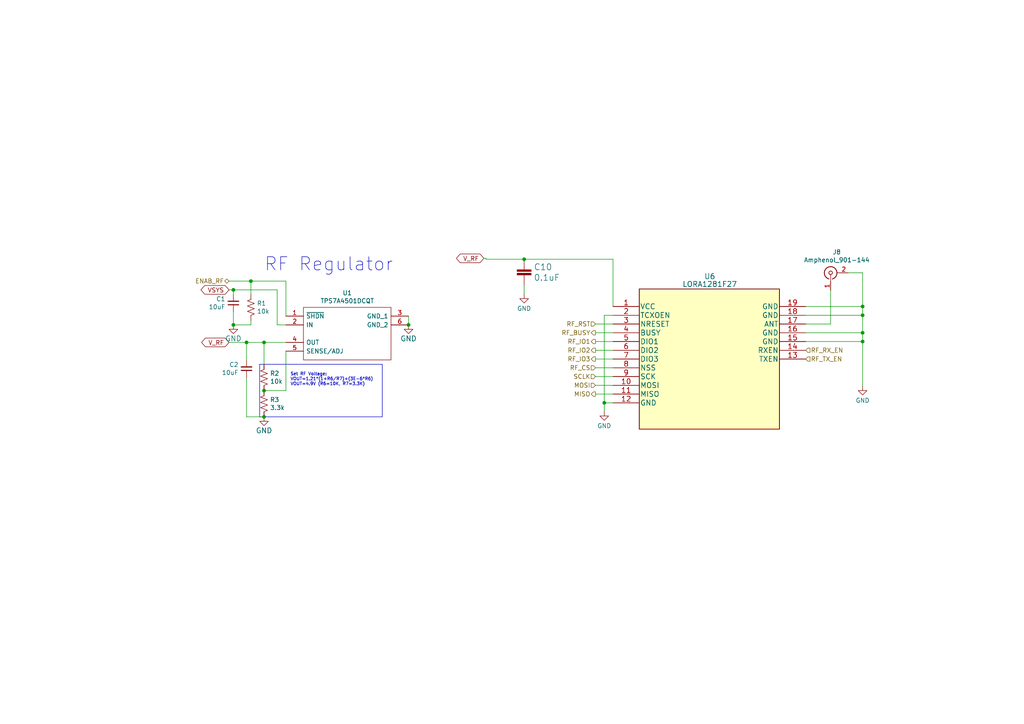
<source format=kicad_sch>
(kicad_sch (version 20231120) (generator "eeschema") (generator_version "8.0")
  (paper "A4")
  (title_block (title "√g") (date "2024-08-05") (rev "1.0.1") (company "Stanford Student Space Initiative") (comment 1 "RE: Flynn Dreilinger"))
  (lib_symbols
    (symbol "Connector:Conn_Coaxial" (pin_names (offset 1.016) hide)
      (property "Reference" "J" (at 0.254 3.048 0))
      (property "Value" "Conn_Coaxial" (at 2.921 0 90))
      (symbol "Conn_Coaxial_0_1"
        (arc (start -1.778 -0.508) (mid 0.2311 -1.8066) (end 1.778 0) (stroke (width 0.254)))
        (polyline (pts (xy -2.54 0) (xy -0.508 0)))
        (polyline (pts (xy 0 -2.54) (xy 0 -1.778)))
        (circle (center 0 0) (radius 0.508) (stroke (width 0.2032)))
        (arc (start 1.778 0) (mid 0.2099 1.8101) (end -1.778 0.508) (stroke (width 0.254)))
      )
      (symbol "Conn_Coaxial_1_1"
        (pin passive line (at -5.08 0 0) (length 2.54) (name "In") (number "1"))
        (pin passive line (at 0 -5.08 90) (length 2.54) (name "Ext") (number "2"))
      )
    )
    (symbol "Device:C_Small" (pin_numbers hide) (pin_names (offset 0.254) hide)
      (property "Reference" "C" (at 0.254 1.778 0))
      (property "Value" "C_Small" (at 0.254 -2.032 0))
      (symbol "C_Small_0_1"
        (polyline (pts (xy -1.524 -0.508) (xy 1.524 -0.508)) (stroke (width 0.3302)))
        (polyline (pts (xy -1.524 0.508) (xy 1.524 0.508)) (stroke (width 0.3048)))
      )
      (symbol "C_Small_1_1"
        (pin passive line (at 0 2.54 270) (length 2.032) (name "~") (number "1"))
        (pin passive line (at 0 -2.54 90) (length 2.032) (name "~") (number "2"))
      )
    )
    (symbol "Device:R_US" (pin_numbers hide) (pin_names (offset 0))
      (property "Reference" "R" (at 2.54 0 90))
      (property "Value" "R_US" (at -2.54 0 90))
      (symbol "R_US_0_1"
        (polyline (pts (xy 0 -2.286) (xy 0 -2.54)))
        (polyline (pts (xy 0 2.286) (xy 0 2.54)))
        (polyline (pts (xy 0 -0.762) (xy 1.016 -1.143) (xy 0 -1.524) (xy -1.016 -1.905) (xy 0 -2.286)))
        (polyline (pts (xy 0 0.762) (xy 1.016 0.381) (xy 0 0) (xy -1.016 -0.381) (xy 0 -0.762)))
        (polyline (pts (xy 0 2.286) (xy 1.016 1.905) (xy 0 1.524) (xy -1.016 1.143) (xy 0 0.762)))
      )
      (symbol "R_US_1_1"
        (pin passive line (at 0 3.81 270) (length 1.27) (name "~") (number "1"))
        (pin passive line (at 0 -3.81 90) (length 1.27) (name "~") (number "2"))
      )
    )
    (symbol "mainboard:1.0UF-0603-16V-10%" (pin_names (offset 1.016))
      (property "Reference" "C" (at 1.524 2.921 0))
      (property "Value" "1.0UF-0603-16V-10%" (at 1.524 -2.159 0))
      (symbol "1.0UF-0603-16V-10%_1_0"
        (rectangle (start -2.032 0.508) (end 2.032 1.016) (fill (type outline)))
        (rectangle (start -2.032 1.524) (end 2.032 2.032) (fill (type outline)))
        (polyline (pts (xy 0 0) (xy 0 0.508)))
        (polyline (pts (xy 0 2.54) (xy 0 2.032)))
        (pin passive line (at 0 5.08 270) (length 2.54) (name "1") (number "1"))
        (pin passive line (at 0 -2.54 90) (length 2.54) (name "2") (number "2"))
      )
    )
    (symbol "mainboard:TPS7A4501DCQT" (pin_names (offset 0.762))
      (property "Reference" "IC" (at 31.75 7.62 0))
      (property "Value" "TPS7A4501DCQT" (at 31.75 5.08 0))
      (symbol "TPS7A4501DCQT_0_0"
        (pin passive line (at 0 0 0) (length 5.08) (name "~{SHDN}") (number "1"))
        (pin input line (at 0 -2.54 0) (length 5.08) (name "IN") (number "2"))
        (pin power_in line (at 35.56 0 180) (length 5.08) (name "GND_1") (number "3"))
        (pin passive line (at 0 -10.16 0) (length 5.08) (name "SENSE/ADJ") (number "5"))
        (pin power_in line (at 35.56 -2.54 180) (length 5.08) (name "GND_2") (number "6"))
      )
      (symbol "TPS7A4501DCQT_0_1"
        (polyline (pts (xy 5.08 2.54) (xy 30.48 2.54) (xy 30.48 -12.7) (xy 5.08 -12.7) (xy 5.08 2.54)) (stroke (width 0.1524)))
      )
      (symbol "TPS7A4501DCQT_1_0"
        (pin power_out line (at 0 -7.62 0) (length 5.08) (name "OUT") (number "4"))
      )
    )
    (symbol "power:GND" (power) (pin_names (offset 0))
      (property "Value" "GND" (at 0 -3.81 0))
      (symbol "GND_0_1"
        (polyline (pts (xy 0 0) (xy 0 -1.27) (xy 1.27 -1.27) (xy 0 -2.54) (xy -1.27 -1.27) (xy 0 -1.27)))
      )
      (symbol "GND_1_1"
        (pin power_in line (at 0 0 270) (length 0) hide (name "GND") (number "1"))
      )
    )
    (symbol "rpi_interface:LORA1280F27-TCXO" (pin_names (offset 0.254))
      (property "Reference" "U6" (at 28.067 8.7312 0))
      (property "Value" "LORA1280F27-TCXO" (at 28.067 6.477 0))
      (symbol "LORA1280F27-TCXO_1_0"
        (pin bidirectional line (at 55.88 -5.08 180) (length 7.62) (name "ANT") (number "17"))
      )
      (symbol "LORA1280F27-TCXO_1_1"
        (rectangle (start 7.62 5.08) (end 48.26 -35.56) (stroke (width 0.254)) (fill (type background)))
        (pin power_in line (at 0 0 0) (length 7.62) (name "VCC") (number "1"))
        (pin input line (at 0 -22.86 0) (length 7.62) (name "MOSI") (number "10"))
        (pin output line (at 0 -25.4 0) (length 7.62) (name "MISO") (number "11"))
        (pin power_in line (at 0 -27.94 0) (length 7.62) (name "GND") (number "12"))
        (pin input line (at 55.88 -15.24 180) (length 7.62) (name "TXEN") (number "13"))
        (pin input line (at 55.88 -12.7 180) (length 7.62) (name "RXEN") (number "14"))
        (pin power_in line (at 55.88 -10.16 180) (length 7.62) (name "GND") (number "15"))
        (pin power_in line (at 55.88 -7.62 180) (length 7.62) (name "GND") (number "16"))
        (pin power_in line (at 55.88 -2.54 180) (length 7.62) (name "GND") (number "18"))
        (pin power_in line (at 55.88 0 180) (length 7.62) (name "GND") (number "19"))
        (pin input line (at 0 -2.54 0) (length 7.62) (name "TCXOEN") (number "2"))
        (pin input line (at 0 -5.08 0) (length 7.62) (name "NRESET") (number "3"))
        (pin output line (at 0 -7.62 0) (length 7.62) (name "BUSY") (number "4"))
        (pin output line (at 0 -10.16 0) (length 7.62) (name "DIO1") (number "5"))
        (pin output line (at 0 -12.7 0) (length 7.62) (name "DIO2") (number "6"))
        (pin output line (at 0 -15.24 0) (length 7.62) (name "DIO3") (number "7"))
        (pin input line (at 0 -17.78 0) (length 7.62) (name "NSS") (number "8"))
        (pin input line (at 0 -20.32 0) (length 7.62) (name "SCK") (number "9"))
      )
    )
  )
  (junction (at 175.26 116.84))
  (junction (at 71.501 99.314))
  (junction (at 76.581 113.284))
  (junction (at 250.19 88.9))
  (junction (at 250.19 91.44))
  (junction (at 152.019 75.184))
  (junction (at 72.771 81.534))
  (junction (at 76.581 120.904))
  (junction (at 67.691 84.074))
  (junction (at 250.19 96.52))
  (junction (at 76.581 99.314))
  (junction (at 67.691 94.234))
  (junction (at 250.19 99.06))
  (junction (at 118.491 94.234))
  (wire (pts (xy 67.691 84.074) (xy 80.391 84.074)))
  (wire (pts (xy 80.391 94.234) (xy 82.931 94.234)))
  (wire (pts (xy 71.501 99.314) (xy 76.581 99.314)))
  (wire (pts (xy 250.19 99.06) (xy 250.19 112.014)))
  (polyline (pts (xy 110.871 120.904) (xy 110.871 105.664)))
  (wire (pts (xy 72.771 81.534) (xy 66.421 81.534)))
  (wire (pts (xy 140.97 75.184) (xy 152.019 75.184)))
  (wire (pts (xy 172.72 104.14) (xy 177.8 104.14)))
  (wire (pts (xy 172.72 96.52) (xy 177.8 96.52)))
  (wire (pts (xy 76.581 99.314) (xy 82.931 99.314)))
  (wire (pts (xy 71.501 109.474) (xy 71.501 120.904)))
  (wire (pts (xy 172.72 114.3) (xy 177.8 114.3)))
  (wire (pts (xy 175.26 116.84) (xy 175.26 119.38)))
  (wire (pts (xy 67.691 90.424) (xy 67.691 94.234)))
  (wire (pts (xy 250.19 79.121) (xy 245.999 79.121)))
  (wire (pts (xy 250.19 79.121) (xy 250.19 88.9)))
  (wire (pts (xy 72.771 92.964) (xy 72.771 94.234)))
  (wire (pts (xy 82.931 81.534) (xy 72.771 81.534)))
  (wire (pts (xy 172.72 101.6) (xy 177.8 101.6)))
  (wire (pts (xy 177.8 116.84) (xy 175.26 116.84)))
  (wire (pts (xy 76.581 105.664) (xy 76.581 99.314)))
  (wire (pts (xy 72.771 81.534) (xy 72.771 85.344)))
  (wire (pts (xy 82.931 81.534) (xy 82.931 91.694)))
  (wire (pts (xy 82.931 113.284) (xy 82.931 101.854)))
  (wire (pts (xy 71.501 104.394) (xy 71.501 99.314)))
  (wire (pts (xy 71.501 120.904) (xy 76.581 120.904)))
  (wire (pts (xy 240.919 84.201) (xy 240.919 93.98)))
  (wire (pts (xy 172.72 93.98) (xy 177.8 93.98)))
  (polyline (pts (xy 75.311 105.664) (xy 75.311 120.904)))
  (wire (pts (xy 233.68 96.52) (xy 250.19 96.52)))
  (wire (pts (xy 72.771 94.234) (xy 67.691 94.234)))
  (wire (pts (xy 118.491 94.234) (xy 118.491 91.694)))
  (wire (pts (xy 152.019 82.804) (xy 152.019 85.344)))
  (wire (pts (xy 177.8 91.44) (xy 175.26 91.44)))
  (wire (pts (xy 175.26 91.44) (xy 175.26 116.84)))
  (wire (pts (xy 140.97 74.93) (xy 140.97 75.184)))
  (polyline (pts (xy 110.871 105.664) (xy 75.311 105.664)))
  (wire (pts (xy 177.8 75.184) (xy 177.8 88.9)))
  (wire (pts (xy 233.68 93.98) (xy 240.919 93.98)))
  (wire (pts (xy 172.72 106.68) (xy 177.8 106.68)))
  (wire (pts (xy 250.19 91.44) (xy 250.19 96.52)))
  (wire (pts (xy 233.68 88.9) (xy 250.19 88.9)))
  (wire (pts (xy 172.72 109.22) (xy 177.8 109.22)))
  (wire (pts (xy 172.72 111.76) (xy 177.8 111.76)))
  (wire (pts (xy 250.19 96.52) (xy 250.19 99.06)))
  (polyline (pts (xy 75.311 120.904) (xy 110.871 120.904)))
  (wire (pts (xy 152.019 75.184) (xy 177.8 75.184)))
  (wire (pts (xy 80.391 84.074) (xy 80.391 94.234)))
  (wire (pts (xy 140.335 74.93) (xy 140.97 74.93)))
  (wire (pts (xy 172.72 99.06) (xy 177.8 99.06)))
  (wire (pts (xy 67.691 84.074) (xy 67.691 85.344)))
  (wire (pts (xy 66.421 99.314) (xy 71.501 99.314)))
  (wire (pts (xy 233.68 91.44) (xy 250.19 91.44)))
  (wire (pts (xy 250.19 88.9) (xy 250.19 91.44)))
  (wire (pts (xy 233.68 99.06) (xy 250.19 99.06)))
  (wire (pts (xy 66.421 84.074) (xy 67.691 84.074)))
  (wire (pts (xy 76.581 113.284) (xy 82.931 113.284)))
  (text "RF Regulator" (at 76.581 78.994 0) (effects (font (size 3.81 3.81)) (justify left bottom)))
  (text "Set RF Voltage:\nVOUT=1.21*(1+R6/R7)+(3E-6*R6)\nVOUT=4.9V (R6=10K, R7=3.3K)\n" (at 84.201 112.014 0) (effects (font (size 0.889 0.889)) (justify left bottom)))
  (global_label "VSYS" (shape bidirectional) (at 66.421 84.074 180) (property "Intersheetrefs" "${INTERSHEET_REFS}" (effects (hide yes))))
  (global_label "V_RF" (shape bidirectional) (at 140.335 74.93 180) (property "Intersheetrefs" "${INTERSHEET_REFS}" (effects (hide yes))))
  (global_label "V_RF" (shape bidirectional) (at 66.421 99.314 180) (property "Intersheetrefs" "${INTERSHEET_REFS}" (effects (hide yes))))
  (hierarchical_label "MOSI" (shape input) (at 172.72 111.76 180))
  (hierarchical_label "RF_TX_EN" (shape input) (at 233.68 104.14 0))
  (hierarchical_label "RF_RST" (shape input) (at 172.72 93.98 180))
  (hierarchical_label "ENAB_RF" (shape bidirectional) (at 66.421 81.534 180))
  (hierarchical_label "RF_IO2" (shape output) (at 172.72 101.6 180))
  (hierarchical_label "RF_IO1" (shape output) (at 172.72 99.06 180))
  (hierarchical_label "RF_BUSY" (shape output) (at 172.72 96.52 180))
  (hierarchical_label "RF_CS" (shape input) (at 172.72 106.68 180))
  (hierarchical_label "RF_IO3" (shape output) (at 172.72 104.14 180))
  (hierarchical_label "RF_RX_EN" (shape input) (at 233.68 101.6 0))
  (hierarchical_label "SCLK" (shape input) (at 172.72 109.22 180))
  (hierarchical_label "MISO" (shape output) (at 172.72 114.3 180))
  (symbol (lib_id "power:GND") (at 67.691 94.234 0) (unit 1)
    (property "Reference" "#GND01" (effects (hide yes)))
    (property "Value" "GND" (at 65.278 99.06 0) (effects (font (size 1.4986 1.4986)) (justify left bottom)))
  )
  (symbol (lib_id "Connector:Conn_Coaxial") (at 240.919 79.121 90) (unit 1)
    (property "Reference" "J8" (at 242.7224 73.1012 90))
    (property "Value" "Amphenol_901-144" (at 242.7224 75.4126 90))
    (property "Footprint" "Connector_Coaxial:SMA_Amphenol_901-144_Vertical" (effects (hide yes)))
    (property "Datasheet" "https://www.amphenolrf.com/library/download/link/link_id/593640/parent/901-144/" (effects (hide yes)))
    (property "Description" "Amphenol RF SMA" (effects (hide yes)))
    (property "Flight" "901-144" (effects (hide yes)))
    (property "Manufacturer_Name" "Amphenol" (effects (hide yes)))
    (property "Manufacturer_Part_Number" "901-144" (effects (hide yes)))
    (property "Proto" "901-144" (effects (hide yes)))
  )
  (symbol (lib_id "power:GND") (at 175.26 119.38 0) (unit 1)
    (property "Reference" "#PWR021" (effects (hide yes)))
    (property "Value" "GND" (at 175.26 123.5155 0))
  )
  (symbol (lib_id "mainboard:TPS7A4501DCQT") (at 82.931 91.694 0) (unit 1)
    (property "Reference" "U1" (at 100.711 84.963 0))
    (property "Value" "TPS7A4501DCQT" (at 100.711 87.2744 0))
    (property "Footprint" "mainboard:TPS7A4501DCQT" (effects (hide yes)))
    (property "Datasheet" "http://docs-emea.rs-online.com/webdocs/130f/0900766b8130f550.pdf" (effects (hide yes)))
    (property "Description" "LOW-NOISE FAST-TRANSIENT-RESPONSE 1.5-A LOW-DROPOUT VOLTAGE%D REGULATORS" (effects (hide yes)))
    (property "Flight" "TPS7A4501DCQT" (effects (hide yes)))
    (property "Manufacturer_Name" "Texas Instruments" (effects (hide yes)))
    (property "Manufacturer_Part_Number" "TPS7A4501DCQT" (effects (hide yes)))
    (property "Proto" "TPS7A4501DCQT" (effects (hide yes)))
    (property "Height" "1.8" (effects (hide yes)))
    (property "Arrow Part Number" "TPS7A4501DCQT" (effects (hide yes)))
    (property "Arrow Price/Stock" "https://www.arrow.com/en/products/tps7a4501dcqt/texas-instruments" (effects (hide yes)))
    (property "Mouser Part Number" "595-TPS7A4501DCQT" (effects (hide yes)))
    (property "Mouser Price/Stock" "https://www.mouser.co.uk/ProductDetail/Texas-Instruments/TPS7A4501DCQT?qs=g0HfZ8wh75DefRsz0DtlDw%3D%3D" (effects (hide yes)))
  )
  (symbol (lib_id "mainboard:1.0UF-0603-16V-10%") (at 152.019 80.264 0) (unit 1)
    (property "Reference" "C10" (at 154.7622 77.4446 0) (effects (font (size 1.778 1.778)) (justify left)))
    (property "Value" "0.1uF" (at 154.7622 80.518 0) (effects (font (size 1.778 1.778)) (justify left)))
    (property "Footprint" "Capacitor_SMD:C_0402_1005Metric" (effects (hide yes)))
    (property "Description" "1uF 0603 X7R" (effects (hide yes)))
  )
  (symbol (lib_id "power:GND") (at 152.019 85.344 0) (unit 1)
    (property "Reference" "#PWR019" (effects (hide yes)))
    (property "Value" "GND" (at 152.019 89.4795 0))
  )
  (symbol (lib_id "Device:R_US") (at 76.581 117.094 0) (mirror y) (unit 1)
    (property "Reference" "R3" (at 78.3082 115.9256 0) (effects (justify right)))
    (property "Value" "3.3k" (at 78.3082 118.237 0) (effects (justify right)))
    (property "Footprint" "Resistor_SMD:R_0402_1005Metric" (effects (hide yes)))
    (property "Description" "3.3K 0603" (effects (hide yes)))
  )
  (symbol (lib_id "power:GND") (at 76.581 120.904 0) (unit 1)
    (property "Reference" "#GND02" (effects (hide yes)))
    (property "Value" "GND" (at 74.168 125.73 0) (effects (font (size 1.4986 1.4986)) (justify left bottom)))
  )
  (symbol (lib_id "Device:R_US") (at 76.581 109.474 0) (mirror y) (unit 1)
    (property "Reference" "R2" (at 78.3082 108.3056 0) (effects (justify right)))
    (property "Value" "10k" (at 78.3082 110.617 0) (effects (justify right)))
    (property "Footprint" "Resistor_SMD:R_0402_1005Metric" (effects (hide yes)))
    (property "Description" "10K 0603" (effects (hide yes)))
  )
  (symbol (lib_id "Device:R_US") (at 72.771 89.154 0) (mirror y) (unit 1)
    (property "Reference" "R1" (at 74.4982 87.9856 0) (effects (justify right)))
    (property "Value" "10k" (at 74.4982 90.297 0) (effects (justify right)))
    (property "Footprint" "Resistor_SMD:R_0402_1005Metric" (effects (hide yes)))
    (property "Description" "10K 0603" (effects (hide yes)))
  )
  (symbol (lib_id "Device:C_Small") (at 67.691 87.884 180) (unit 1)
    (property "Reference" "C1" (at 65.3796 86.7156 0) (effects (justify left)))
    (property "Value" "10uF" (at 65.3796 89.027 0) (effects (justify left)))
    (property "Footprint" "Capacitor_SMD:C_0402_1005Metric" (effects (hide yes)))
    (property "Description" "10uF +-20% 10V X5R" (effects (hide yes)))
  )
  (symbol (lib_id "rpi_interface:LORA1280F27-TCXO") (at 177.8 88.9 0) (unit 1)
    (property "Reference" "U6" (at 205.867 80.1688 0) (effects (font (size 1.524 1.524))))
    (property "Value" "LORA1281F27" (at 205.867 82.423 0) (effects (font (size 1.524 1.524))))
    (property "Footprint" "adcs:LORA128XF27" (effects (hide yes)))
    (property "Datasheet" "https://file.fomille.site/1260815565112336386/1650759420204007426.pdf" (effects (hide yes)))
  )
  (symbol (lib_id "power:GND") (at 118.491 94.234 0) (unit 1)
    (property "Reference" "#GND05" (effects (hide yes)))
    (property "Value" "GND" (at 116.078 99.06 0) (effects (font (size 1.4986 1.4986)) (justify left bottom)))
  )
  (symbol (lib_id "Device:C_Small") (at 71.501 106.934 180) (unit 1)
    (property "Reference" "C2" (at 69.1896 105.7656 0) (effects (justify left)))
    (property "Value" "10uF" (at 69.1896 108.077 0) (effects (justify left)))
    (property "Footprint" "Capacitor_SMD:C_0402_1005Metric" (effects (hide yes)))
    (property "Description" "10uF +-20% 10V X5R" (effects (hide yes)))
  )
  (symbol (lib_id "power:GND") (at 250.19 112.014 0) (unit 1)
    (property "Reference" "#PWR022" (effects (hide yes)))
    (property "Value" "GND" (at 250.19 116.1495 0))
  )
)
</source>
